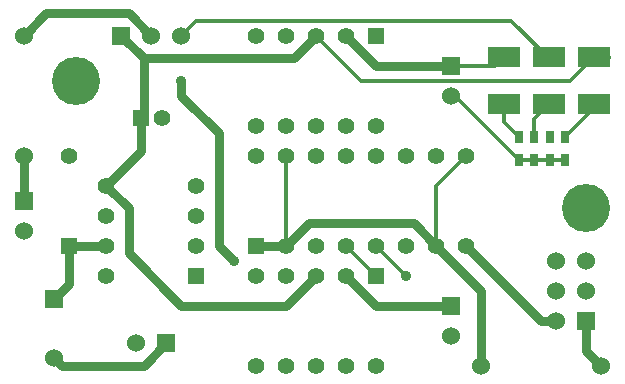
<source format=gtl>
G04 (created by PCBNEW (2013-mar-13)-testing) date Sat 11 May 2013 09:23:07 PM PDT*
%MOIN*%
G04 Gerber Fmt 3.4, Leading zero omitted, Abs format*
%FSLAX34Y34*%
G01*
G70*
G90*
G04 APERTURE LIST*
%ADD10C,0.000787*%
%ADD11R,0.055000X0.055000*%
%ADD12C,0.055000*%
%ADD13R,0.060000X0.060000*%
%ADD14C,0.060000*%
%ADD15R,0.106300X0.070900*%
%ADD16C,0.160000*%
%ADD17R,0.025591X0.039370*%
%ADD18C,0.035000*%
%ADD19C,0.029528*%
%ADD20C,0.011811*%
G04 APERTURE END LIST*
G54D10*
G54D11*
X84250Y-36500D03*
G54D12*
X84250Y-33500D03*
G54D13*
X87500Y-39750D03*
G54D14*
X86500Y-39750D03*
G54D15*
X98750Y-30213D03*
X98750Y-31787D03*
X101750Y-30213D03*
X101750Y-31787D03*
X100250Y-30213D03*
X100250Y-31787D03*
G54D11*
X86645Y-32250D03*
G54D12*
X87354Y-32250D03*
G54D16*
X101500Y-35250D03*
G54D13*
X83750Y-38265D03*
G54D14*
X83750Y-40234D03*
G54D16*
X84500Y-31000D03*
G54D11*
X90500Y-36500D03*
G54D12*
X91500Y-36500D03*
X92500Y-36500D03*
X93500Y-36500D03*
X94500Y-36500D03*
X95500Y-36500D03*
X96500Y-36500D03*
X97500Y-36500D03*
X97500Y-33500D03*
X96500Y-33500D03*
X95500Y-33500D03*
X94500Y-33500D03*
X93500Y-33500D03*
X92500Y-33500D03*
X91500Y-33500D03*
X90500Y-33500D03*
G54D11*
X94500Y-29500D03*
G54D12*
X93500Y-29500D03*
X92500Y-29500D03*
X91500Y-29500D03*
X90500Y-29500D03*
X90500Y-32500D03*
X91500Y-32500D03*
X92500Y-32500D03*
X93500Y-32500D03*
X94500Y-32500D03*
G54D11*
X94500Y-37500D03*
G54D12*
X93500Y-37500D03*
X92500Y-37500D03*
X91500Y-37500D03*
X90500Y-37500D03*
X90500Y-40500D03*
X91500Y-40500D03*
X92500Y-40500D03*
X93500Y-40500D03*
X94500Y-40500D03*
G54D14*
X82750Y-33500D03*
X82750Y-29500D03*
X102000Y-40500D03*
X98000Y-40500D03*
G54D11*
X88500Y-37500D03*
G54D12*
X88500Y-36500D03*
X88500Y-35500D03*
X88500Y-34500D03*
X85500Y-34500D03*
X85500Y-35500D03*
X85500Y-36500D03*
X85500Y-37500D03*
G54D13*
X82750Y-35000D03*
G54D14*
X82750Y-36000D03*
G54D13*
X97000Y-38500D03*
G54D14*
X97000Y-39500D03*
G54D13*
X97000Y-30500D03*
G54D14*
X97000Y-31500D03*
G54D13*
X86000Y-29500D03*
G54D14*
X87000Y-29500D03*
X88000Y-29500D03*
G54D13*
X101500Y-39000D03*
G54D14*
X100500Y-39000D03*
X101500Y-38000D03*
X100500Y-38000D03*
X101500Y-37000D03*
X100500Y-37000D03*
G54D17*
X99250Y-33643D03*
X99761Y-33643D03*
X100273Y-33643D03*
X100785Y-33643D03*
X100785Y-32856D03*
X100273Y-32856D03*
X99761Y-32856D03*
X99250Y-32856D03*
G54D18*
X95500Y-37500D03*
X88000Y-31000D03*
X89750Y-37000D03*
G54D19*
X86645Y-32250D02*
X86645Y-33354D01*
X86645Y-33354D02*
X85500Y-34500D01*
X86750Y-30250D02*
X86750Y-32145D01*
X86750Y-32145D02*
X86645Y-32250D01*
G54D20*
X94000Y-31000D02*
X100963Y-31000D01*
X92500Y-29500D02*
X94000Y-31000D01*
X100963Y-31000D02*
X101750Y-30213D01*
X102250Y-30213D02*
X102250Y-30250D01*
G54D19*
X92500Y-29500D02*
X91750Y-30250D01*
X86750Y-30250D02*
X86000Y-29500D01*
X91750Y-30250D02*
X86750Y-30250D01*
X85500Y-34500D02*
X86250Y-35250D01*
X86250Y-35250D02*
X86250Y-36750D01*
X86250Y-36750D02*
X88000Y-38500D01*
X88000Y-38500D02*
X91500Y-38500D01*
X91500Y-38500D02*
X92500Y-37500D01*
X100500Y-39000D02*
X100000Y-39000D01*
X100000Y-39000D02*
X97500Y-36500D01*
G54D20*
X97000Y-31500D02*
X97106Y-31500D01*
X97106Y-31500D02*
X99250Y-33643D01*
X99761Y-33643D02*
X99250Y-33643D01*
X100785Y-33643D02*
X100273Y-33643D01*
X100273Y-33643D02*
X99761Y-33643D01*
X95500Y-37500D02*
X94500Y-36500D01*
X97000Y-30500D02*
X98463Y-30500D01*
X98463Y-30500D02*
X98750Y-30213D01*
G54D19*
X93500Y-29500D02*
X94500Y-30500D01*
X94500Y-30500D02*
X97000Y-30500D01*
X97000Y-38500D02*
X94500Y-38500D01*
X94500Y-38500D02*
X93500Y-37500D01*
G54D20*
X100250Y-30213D02*
X100213Y-30213D01*
X100213Y-30213D02*
X99000Y-29000D01*
X99000Y-29000D02*
X88500Y-29000D01*
X88500Y-29000D02*
X88000Y-29500D01*
G54D19*
X88000Y-31000D02*
X88000Y-31500D01*
X89250Y-36500D02*
X89750Y-37000D01*
X89250Y-32750D02*
X89250Y-36500D01*
X88000Y-31500D02*
X89250Y-32750D01*
G54D20*
X99761Y-32856D02*
X99761Y-32275D01*
X99761Y-32275D02*
X100250Y-31787D01*
X98750Y-31787D02*
X98750Y-32356D01*
X98750Y-32356D02*
X99250Y-32856D01*
X101750Y-31787D02*
X101750Y-31891D01*
X101750Y-31891D02*
X100785Y-32856D01*
G54D19*
X84250Y-36500D02*
X84250Y-37765D01*
X84250Y-37765D02*
X83750Y-38265D01*
X85500Y-36500D02*
X84250Y-36500D01*
G54D20*
X93500Y-36500D02*
X94500Y-37500D01*
G54D19*
X82750Y-35000D02*
X82750Y-33500D01*
X87500Y-39750D02*
X86750Y-40500D01*
X86750Y-40500D02*
X84015Y-40500D01*
X84015Y-40500D02*
X83750Y-40234D01*
X101500Y-39000D02*
X101500Y-40000D01*
X101500Y-40000D02*
X102000Y-40500D01*
X82750Y-29500D02*
X83500Y-28750D01*
X83500Y-28750D02*
X86250Y-28750D01*
X86250Y-28750D02*
X87000Y-29500D01*
X96500Y-36500D02*
X98000Y-38000D01*
X98000Y-38000D02*
X98000Y-40500D01*
G54D20*
X96500Y-36500D02*
X96500Y-34500D01*
X96500Y-34500D02*
X97500Y-33500D01*
X91500Y-33500D02*
X91500Y-36500D01*
G54D19*
X91500Y-36500D02*
X92250Y-35750D01*
X95750Y-35750D02*
X96500Y-36500D01*
X92250Y-35750D02*
X95750Y-35750D01*
X90500Y-36500D02*
X91500Y-36500D01*
M02*

</source>
